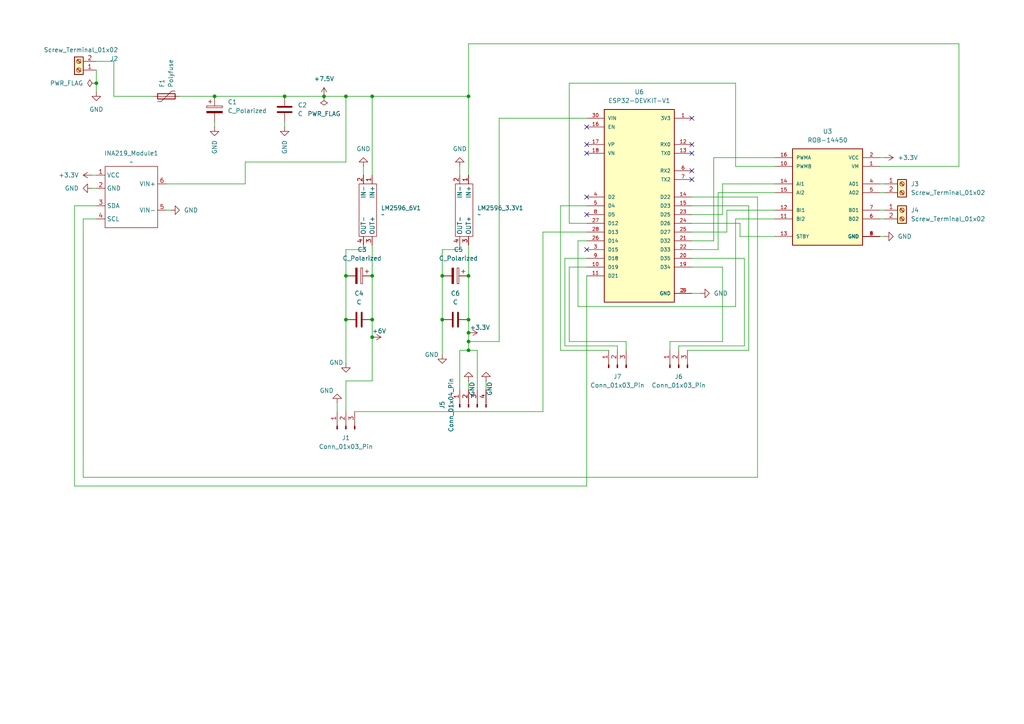
<source format=kicad_sch>
(kicad_sch (version 20250114) (generator "eeschema") (generator_version "9.0")
  (paper "A4")
  (lib_symbols
    (symbol "Connector:Conn_01x03_Pin" (pin_names (offset 1.016) (hide yes))
      (property "Reference" "J" (at 0 5.08 0))
      (property "Value" "Conn_01x03_Pin" (at 0 -5.08 0))
      (symbol "Conn_01x03_Pin_1_1"
        (rectangle (start 0.8636 2.667) (end 0 2.413) (stroke (width 0.1524)) (fill (type outline)))
        (rectangle (start 0.8636 0.127) (end 0 -0.127) (stroke (width 0.1524)) (fill (type outline)))
        (rectangle (start 0.8636 -2.413) (end 0 -2.667) (stroke (width 0.1524)) (fill (type outline)))
        (polyline (pts (xy 1.27 2.54) (xy 0.8636 2.54)) (stroke (width 0.1524)))
        (polyline (pts (xy 1.27 0) (xy 0.8636 0)) (stroke (width 0.1524)))
        (polyline (pts (xy 1.27 -2.54) (xy 0.8636 -2.54)) (stroke (width 0.1524)))
        (pin passive line (at 5.08 2.54 180) (length 3.81) (name "Pin_1") (number "1"))
        (pin passive line (at 5.08 0 180) (length 3.81) (name "Pin_2") (number "2"))
        (pin passive line (at 5.08 -2.54 180) (length 3.81) (name "Pin_3") (number "3"))
      )
    )
    (symbol "Connector:Conn_01x04_Pin" (pin_names (offset 1.016) (hide yes))
      (property "Reference" "J" (at 0 5.08 0))
      (property "Value" "Conn_01x04_Pin" (at 0 -7.62 0))
      (symbol "Conn_01x04_Pin_1_1"
        (rectangle (start 0.8636 2.667) (end 0 2.413) (stroke (width 0.1524)) (fill (type outline)))
        (rectangle (start 0.8636 0.127) (end 0 -0.127) (stroke (width 0.1524)) (fill (type outline)))
        (rectangle (start 0.8636 -2.413) (end 0 -2.667) (stroke (width 0.1524)) (fill (type outline)))
        (rectangle (start 0.8636 -4.953) (end 0 -5.207) (stroke (width 0.1524)) (fill (type outline)))
        (polyline (pts (xy 1.27 2.54) (xy 0.8636 2.54)) (stroke (width 0.1524)))
        (polyline (pts (xy 1.27 0) (xy 0.8636 0)) (stroke (width 0.1524)))
        (polyline (pts (xy 1.27 -2.54) (xy 0.8636 -2.54)) (stroke (width 0.1524)))
        (polyline (pts (xy 1.27 -5.08) (xy 0.8636 -5.08)) (stroke (width 0.1524)))
        (pin passive line (at 5.08 2.54 180) (length 3.81) (name "Pin_1") (number "1"))
        (pin passive line (at 5.08 0 180) (length 3.81) (name "Pin_2") (number "2"))
        (pin passive line (at 5.08 -2.54 180) (length 3.81) (name "Pin_3") (number "3"))
        (pin passive line (at 5.08 -5.08 180) (length 3.81) (name "Pin_4") (number "4"))
      )
    )
    (symbol "Connector:Screw_Terminal_01x02" (pin_names (offset 1.016) (hide yes))
      (property "Reference" "J" (at 0 2.54 0))
      (property "Value" "Screw_Terminal_01x02" (at 0 -5.08 0))
      (symbol "Screw_Terminal_01x02_1_1"
        (rectangle (start -1.27 1.27) (end 1.27 -3.81) (stroke (width 0.254)) (fill (type background)))
        (polyline (pts (xy -0.5334 0.3302) (xy 0.3302 -0.508)) (stroke (width 0.1524)))
        (polyline (pts (xy -0.5334 -2.2098) (xy 0.3302 -3.048)) (stroke (width 0.1524)))
        (polyline (pts (xy -0.3556 0.508) (xy 0.508 -0.3302)) (stroke (width 0.1524)))
        (polyline (pts (xy -0.3556 -2.032) (xy 0.508 -2.8702)) (stroke (width 0.1524)))
        (circle (center 0 0) (radius 0.635) (stroke (width 0.1524)))
        (circle (center 0 -2.54) (radius 0.635) (stroke (width 0.1524)))
        (pin passive line (at -5.08 0 0) (length 3.81) (name "Pin_1") (number "1"))
        (pin passive line (at -5.08 -2.54 0) (length 3.81) (name "Pin_2") (number "2"))
      )
    )
    (symbol "Custom:INA219_Module"
      (property "Reference" "INA219_Module" (at -0.508 10.922 0))
      (symbol "INA219_Module_0_1"
        (rectangle (start -7.62 8.89) (end 7.62 -8.89))
      )
      (symbol "INA219_Module_1_1"
        (pin power_in line (at -10.16 6.35 0) (length 2.54) (name "VCC") (number "1"))
        (pin power_in line (at -10.16 2.54 0) (length 2.54) (name "GND") (number "2"))
        (pin bidirectional line (at -10.16 -2.54 0) (length 2.54) (name "SDA") (number "3"))
        (pin bidirectional line (at -10.16 -6.35 0) (length 2.54) (name "SCL") (number "4"))
        (pin passive line (at 10.16 3.81 180) (length 2.54) (name "VIN+") (number "6"))
        (pin passive line (at 10.16 -3.81 180) (length 2.54) (name "VIN-") (number "5"))
      )
    )
    (symbol "Custom:LM2596_Module"
      (property "Reference" "LMS2596_Module" (at 0 4.064 0))
      (symbol "LM2596_Module_0_1"
        (rectangle (start -7.62 2.54) (end 7.62 -2.54))
      )
      (symbol "LM2596_Module_1_1"
        (pin power_in line (at -10.16 1.27 0) (length 2.54) (name "IN+") (number "1"))
        (pin passive line (at -10.16 -1.27 0) (length 2.54) (name "IN-") (number "2"))
        (pin power_out line (at 10.16 1.27 180) (length 2.54) (name "OUT+") (number "3"))
        (pin passive line (at 10.16 -1.27 180) (length 2.54) (name "OUT-") (number "4"))
      )
    )
    (symbol "Device:C" (pin_numbers (hide yes)) (pin_names (offset 0.254))
      (property "Reference" "C" (at 0.635 2.54 0))
      (property "Value" "C" (at 0.635 -2.54 0))
      (symbol "C_0_1"
        (polyline (pts (xy -2.032 0.762) (xy 2.032 0.762)) (stroke (width 0.508)))
        (polyline (pts (xy -2.032 -0.762) (xy 2.032 -0.762)) (stroke (width 0.508)))
      )
      (symbol "C_1_1"
        (pin passive line (at 0 3.81 270) (length 2.794) (name "~") (number "1"))
        (pin passive line (at 0 -3.81 90) (length 2.794) (name "~") (number "2"))
      )
    )
    (symbol "Device:C_Polarized" (pin_numbers (hide yes)) (pin_names (offset 0.254))
      (property "Reference" "C" (at 0.635 2.54 0))
      (property "Value" "C_Polarized" (at 0.635 -2.54 0))
      (symbol "C_Polarized_0_1"
        (rectangle (start -2.286 0.508) (end 2.286 1.016))
        (polyline (pts (xy -1.778 2.286) (xy -0.762 2.286)))
        (polyline (pts (xy -1.27 2.794) (xy -1.27 1.778)))
        (rectangle (start 2.286 -0.508) (end -2.286 -1.016) (fill (type outline)))
      )
      (symbol "C_Polarized_1_1"
        (pin passive line (at 0 3.81 270) (length 2.794) (name "~") (number "1"))
        (pin passive line (at 0 -3.81 90) (length 2.794) (name "~") (number "2"))
      )
    )
    (symbol "Device:Polyfuse" (pin_numbers (hide yes)) (pin_names (offset 0))
      (property "Reference" "F" (at -2.54 0 90))
      (property "Value" "Polyfuse" (at 2.54 0 90))
      (symbol "Polyfuse_0_1"
        (polyline (pts (xy -1.524 2.54) (xy -1.524 1.524) (xy 1.524 -1.524) (xy 1.524 -2.54)))
        (rectangle (start -0.762 2.54) (end 0.762 -2.54) (stroke (width 0.254)))
        (polyline (pts (xy 0 2.54) (xy 0 -2.54)))
      )
      (symbol "Polyfuse_1_1"
        (pin passive line (at 0 3.81 270) (length 1.27) (name "~") (number "1"))
        (pin passive line (at 0 -3.81 90) (length 1.27) (name "~") (number "2"))
      )
    )
    (symbol "ESP32-DEVKIT-V1:ESP32-DEVKIT-V1" (pin_names (offset 1.016))
      (property "Reference" "U" (at -10.16 30.48 0))
      (property "Value" "ESP32-DEVKIT-V1" (at -10.16 -30.48 0))
      (symbol "ESP32-DEVKIT-V1_0_0"
        (rectangle (start -10.16 -27.94) (end 10.16 27.94) (stroke (width 0.254)) (fill (type background)))
        (pin input line (at -15.24 25.4 0) (length 5.08) (name "VIN") (number "30"))
        (pin input line (at -15.24 22.86 0) (length 5.08) (name "EN") (number "16"))
        (pin bidirectional line (at -15.24 17.78 0) (length 5.08) (name "VP") (number "17"))
        (pin bidirectional line (at -15.24 15.24 0) (length 5.08) (name "VN") (number "18"))
        (pin bidirectional line (at -15.24 2.54 0) (length 5.08) (name "D2") (number "4"))
        (pin bidirectional line (at -15.24 0 0) (length 5.08) (name "D4") (number "5"))
        (pin bidirectional line (at -15.24 -2.54 0) (length 5.08) (name "D5") (number "8"))
        (pin bidirectional line (at -15.24 -5.08 0) (length 5.08) (name "D12") (number "27"))
        (pin bidirectional line (at -15.24 -7.62 0) (length 5.08) (name "D13") (number "28"))
        (pin bidirectional line (at -15.24 -10.16 0) (length 5.08) (name "D14") (number "26"))
        (pin bidirectional line (at -15.24 -12.7 0) (length 5.08) (name "D15") (number "3"))
        (pin bidirectional line (at -15.24 -15.24 0) (length 5.08) (name "D18") (number "9"))
        (pin bidirectional line (at -15.24 -17.78 0) (length 5.08) (name "D19") (number "10"))
        (pin bidirectional line (at -15.24 -20.32 0) (length 5.08) (name "D21") (number "11"))
        (pin output line (at 15.24 25.4 180) (length 5.08) (name "3V3") (number "1"))
        (pin input line (at 15.24 17.78 180) (length 5.08) (name "RX0") (number "12"))
        (pin output line (at 15.24 15.24 180) (length 5.08) (name "TX0") (number "13"))
        (pin input line (at 15.24 10.16 180) (length 5.08) (name "RX2") (number "6"))
        (pin output line (at 15.24 7.62 180) (length 5.08) (name "TX2") (number "7"))
        (pin bidirectional line (at 15.24 2.54 180) (length 5.08) (name "D22") (number "14"))
        (pin bidirectional line (at 15.24 0 180) (length 5.08) (name "D23") (number "15"))
        (pin bidirectional line (at 15.24 -2.54 180) (length 5.08) (name "D25") (number "23"))
        (pin bidirectional line (at 15.24 -5.08 180) (length 5.08) (name "D26") (number "24"))
        (pin bidirectional line (at 15.24 -7.62 180) (length 5.08) (name "D27") (number "25"))
        (pin bidirectional line (at 15.24 -10.16 180) (length 5.08) (name "D32") (number "21"))
        (pin bidirectional line (at 15.24 -12.7 180) (length 5.08) (name "D33") (number "22"))
        (pin bidirectional line (at 15.24 -15.24 180) (length 5.08) (name "D35") (number "20"))
        (pin bidirectional line (at 15.24 -17.78 180) (length 5.08) (name "D34") (number "19"))
        (pin power_in line (at 15.24 -25.4 180) (length 5.08) (name "GND") (number "2"))
        (pin power_in line (at 15.24 -25.4 180) (length 5.08) (name "GND") (number "29"))
      )
    )
    (symbol "LM2596_Module_1"
      (property "Reference" "LMS2596_Module" (at 0 4.064 0))
      (symbol "LM2596_Module_1_0_1"
        (rectangle (start -7.62 2.54) (end 7.62 -2.54))
      )
      (symbol "LM2596_Module_1_1_1"
        (pin power_in line (at -10.16 1.27 0) (length 2.54) (name "IN+") (number "1"))
        (pin passive line (at -10.16 -1.27 0) (length 2.54) (name "IN-") (number "2"))
        (pin power_out line (at 10.16 1.27 180) (length 2.54) (name "OUT+") (number "3"))
        (pin passive line (at 10.16 -1.27 180) (length 2.54) (name "OUT-") (number "4"))
      )
    )
    (symbol "ROB-14450:ROB-14450" (pin_names (offset 1.016))
      (property "Reference" "U" (at -10.16 16.002 0))
      (property "Value" "ROB-14450" (at -10.16 -15.24 0))
      (symbol "ROB-14450_0_0"
        (rectangle (start -10.16 -12.7) (end 10.16 15.24) (stroke (width 0.254)) (fill (type background)))
        (pin input line (at -15.24 12.7 0) (length 5.08) (name "PWMA") (number "16"))
        (pin input line (at -15.24 10.16 0) (length 5.08) (name "PWMB") (number "10"))
        (pin input line (at -15.24 5.08 0) (length 5.08) (name "AI1") (number "14"))
        (pin input line (at -15.24 2.54 0) (length 5.08) (name "AI2") (number "15"))
        (pin input line (at -15.24 -2.54 0) (length 5.08) (name "BI1") (number "12"))
        (pin input line (at -15.24 -5.08 0) (length 5.08) (name "BI2") (number "11"))
        (pin input line (at -15.24 -10.16 0) (length 5.08) (name "STBY") (number "13"))
        (pin power_in line (at 15.24 12.7 180) (length 5.08) (name "VCC") (number "2"))
        (pin power_in line (at 15.24 10.16 180) (length 5.08) (name "VM") (number "1"))
        (pin output line (at 15.24 5.08 180) (length 5.08) (name "A01") (number "4"))
        (pin output line (at 15.24 2.54 180) (length 5.08) (name "A02") (number "5"))
        (pin output line (at 15.24 -2.54 180) (length 5.08) (name "B01") (number "7"))
        (pin output line (at 15.24 -5.08 180) (length 5.08) (name "B02") (number "6"))
        (pin power_in line (at 15.24 -10.16 180) (length 5.08) (name "GND") (number "3"))
        (pin power_in line (at 15.24 -10.16 180) (length 5.08) (name "GND") (number "8"))
        (pin power_in line (at 15.24 -10.16 180) (length 5.08) (name "GND") (number "9"))
      )
    )
    (symbol "power:+3.3V" (power) (pin_numbers (hide yes)) (pin_names (offset 0) (hide yes))
      (property "Value" "+3.3V" (at 0 3.556 0))
      (symbol "+3.3V_0_1"
        (polyline (pts (xy -0.762 1.27) (xy 0 2.54)))
        (polyline (pts (xy 0 2.54) (xy 0.762 1.27)))
        (polyline (pts (xy 0 0) (xy 0 2.54)))
      )
      (symbol "+3.3V_1_1"
        (pin power_in line (at 0 0 90) (length 0) (name "~") (number "1"))
      )
    )
    (symbol "power:+6V" (power) (pin_numbers (hide yes)) (pin_names (offset 0) (hide yes))
      (property "Value" "+6V" (at 0 3.556 0))
      (symbol "+6V_0_1"
        (polyline (pts (xy -0.762 1.27) (xy 0 2.54)))
        (polyline (pts (xy 0 2.54) (xy 0.762 1.27)))
        (polyline (pts (xy 0 0) (xy 0 2.54)))
      )
      (symbol "+6V_1_1"
        (pin power_in line (at 0 0 90) (length 0) (name "~") (number "1"))
      )
    )
    (symbol "power:+7.5V" (power) (pin_numbers (hide yes)) (pin_names (offset 0) (hide yes))
      (property "Value" "+7.5V" (at 0 3.556 0))
      (symbol "+7.5V_0_1"
        (polyline (pts (xy -0.762 1.27) (xy 0 2.54)))
        (polyline (pts (xy 0 2.54) (xy 0.762 1.27)))
        (polyline (pts (xy 0 0) (xy 0 2.54)))
      )
      (symbol "+7.5V_1_1"
        (pin power_in line (at 0 0 90) (length 0) (name "~") (number "1"))
      )
    )
    (symbol "power:GND" (power) (pin_numbers (hide yes)) (pin_names (offset 0) (hide yes))
      (property "Value" "GND" (at 0 -3.81 0))
      (symbol "GND_0_1"
        (polyline (pts (xy 0 0) (xy 0 -1.27) (xy 1.27 -1.27) (xy 0 -2.54) (xy -1.27 -1.27) (xy 0 -1.27)))
      )
      (symbol "GND_1_1"
        (pin power_in line (at 0 0 270) (length 0) (name "~") (number "1"))
      )
    )
    (symbol "power:PWR_FLAG" (power) (pin_numbers (hide yes)) (pin_names (offset 0) (hide yes))
      (property "Value" "PWR_FLAG" (at 0 3.81 0))
      (symbol "PWR_FLAG_0_0"
        (pin power_out line (at 0 0 90) (length 0) (name "~") (number "1"))
      )
      (symbol "PWR_FLAG_0_1"
        (polyline (pts (xy 0 0) (xy 0 1.27) (xy -1.016 1.905) (xy 0 2.54) (xy 1.016 1.905) (xy 0 1.27)))
      )
    )
  )
  (junction (at 107.95 27.94))
  (junction (at 100.33 92.71))
  (junction (at 82.55 27.94))
  (junction (at 135.89 92.71))
  (junction (at 128.27 92.71))
  (junction (at 93.98 27.94))
  (junction (at 135.89 96.52))
  (junction (at 107.95 97.79))
  (junction (at 107.95 92.71))
  (junction (at 128.27 80.01))
  (junction (at 135.89 27.94))
  (junction (at 135.89 99.06))
  (junction (at 100.33 80.01))
  (junction (at 62.23 27.94))
  (junction (at 107.95 80.01))
  (junction (at 135.89 101.6))
  (junction (at 27.94 24.13))
  (junction (at 135.89 80.01))
  (junction (at 100.33 27.94))
  (no_connect (at 200.66 44.45))
  (no_connect (at 200.66 34.29))
  (no_connect (at 170.18 72.39))
  (no_connect (at 200.66 49.53))
  (no_connect (at 200.66 41.91))
  (no_connect (at 170.18 36.83))
  (no_connect (at 170.18 44.45))
  (no_connect (at 170.18 62.23))
  (no_connect (at 170.18 41.91))
  (no_connect (at 200.66 52.07))
  (no_connect (at 170.18 57.15))
  (wire (pts (xy 100.33 110.49) (xy 100.33 119.38)))
  (wire (pts (xy 97.79 116.84) (xy 97.79 119.38)))
  (wire (pts (xy 135.89 99.06) (xy 135.89 96.52)))
  (wire (pts (xy 170.18 77.47) (xy 165.1 77.47)))
  (wire (pts (xy 210.82 67.31) (xy 210.82 60.96)))
  (wire (pts (xy 107.95 92.71) (xy 107.95 97.79)))
  (wire (pts (xy 215.9 74.93) (xy 215.9 100.33)))
  (wire (pts (xy 128.27 80.01) (xy 128.27 92.71)))
  (wire (pts (xy 100.33 110.49) (xy 107.95 110.49)))
  (wire (pts (xy 215.9 100.33) (xy 196.85 100.33)))
  (wire (pts (xy 217.17 101.6) (xy 199.39 101.6)))
  (wire (pts (xy 93.98 27.94) (xy 100.33 27.94)))
  (wire (pts (xy 208.28 72.39) (xy 208.28 55.88)))
  (wire (pts (xy 82.55 27.94) (xy 93.98 27.94)))
  (wire (pts (xy 162.56 101.6) (xy 176.53 101.6)))
  (wire (pts (xy 170.18 34.29) (xy 144.78 34.29)))
  (wire (pts (xy 133.35 72.39) (xy 128.27 72.39)))
  (wire (pts (xy 219.71 57.15) (xy 219.71 138.43)))
  (wire (pts (xy 200.66 77.47) (xy 209.55 77.47)))
  (wire (pts (xy 208.28 55.88) (xy 224.79 55.88)))
  (wire (pts (xy 157.48 67.31) (xy 157.48 119.38)))
  (wire (pts (xy 200.66 69.85) (xy 207.01 69.85)))
  (wire (pts (xy 170.18 74.93) (xy 163.83 74.93)))
  (wire (pts (xy 214.63 68.58) (xy 224.79 68.58)))
  (wire (pts (xy 200.66 74.93) (xy 215.9 74.93)))
  (wire (pts (xy 105.41 72.39) (xy 100.33 72.39)))
  (wire (pts (xy 33.02 27.94) (xy 44.45 27.94)))
  (wire (pts (xy 107.95 27.94) (xy 107.95 50.8)))
  (wire (pts (xy 138.43 101.6) (xy 138.43 113.03)))
  (wire (pts (xy 105.41 71.12) (xy 105.41 72.39)))
  (wire (pts (xy 135.89 80.01) (xy 135.89 92.71)))
  (wire (pts (xy 135.89 12.7) (xy 278.13 12.7)))
  (wire (pts (xy 207.01 69.85) (xy 207.01 45.72)))
  (wire (pts (xy 278.13 12.7) (xy 278.13 48.26)))
  (wire (pts (xy 213.36 24.13) (xy 213.36 48.26)))
  (wire (pts (xy 165.1 99.06) (xy 181.61 99.06)))
  (wire (pts (xy 133.35 101.6) (xy 135.89 101.6)))
  (wire (pts (xy 133.35 71.12) (xy 133.35 72.39)))
  (wire (pts (xy 255.27 68.58) (xy 256.54 68.58)))
  (wire (pts (xy 128.27 92.71) (xy 128.27 102.87)))
  (wire (pts (xy 157.48 119.38) (xy 102.87 119.38)))
  (wire (pts (xy 62.23 35.56) (xy 62.23 36.83)))
  (wire (pts (xy 48.26 60.96) (xy 49.53 60.96)))
  (wire (pts (xy 165.1 64.77) (xy 170.18 64.77)))
  (wire (pts (xy 170.18 69.85) (xy 167.64 69.85)))
  (wire (pts (xy 255.27 55.88) (xy 256.54 55.88)))
  (wire (pts (xy 82.55 35.56) (xy 82.55 36.83)))
  (wire (pts (xy 163.83 74.93) (xy 163.83 100.33)))
  (wire (pts (xy 128.27 72.39) (xy 128.27 80.01)))
  (wire (pts (xy 200.66 59.69) (xy 217.17 59.69)))
  (wire (pts (xy 200.66 57.15) (xy 219.71 57.15)))
  (wire (pts (xy 200.66 72.39) (xy 208.28 72.39)))
  (wire (pts (xy 100.33 46.99) (xy 71.12 46.99)))
  (wire (pts (xy 255.27 63.5) (xy 256.54 63.5)))
  (wire (pts (xy 62.23 27.94) (xy 82.55 27.94)))
  (wire (pts (xy 278.13 48.26) (xy 255.27 48.26)))
  (wire (pts (xy 200.66 64.77) (xy 214.63 64.77)))
  (wire (pts (xy 105.41 48.26) (xy 105.41 50.8)))
  (wire (pts (xy 210.82 60.96) (xy 224.79 60.96)))
  (wire (pts (xy 135.89 92.71) (xy 135.89 96.52)))
  (wire (pts (xy 107.95 80.01) (xy 107.95 92.71)))
  (wire (pts (xy 24.13 138.43) (xy 219.71 138.43)))
  (wire (pts (xy 165.1 77.47) (xy 165.1 99.06)))
  (wire (pts (xy 52.07 27.94) (xy 62.23 27.94)))
  (wire (pts (xy 135.89 71.12) (xy 135.89 80.01)))
  (wire (pts (xy 255.27 60.96) (xy 256.54 60.96)))
  (wire (pts (xy 27.94 20.32) (xy 27.94 24.13)))
  (wire (pts (xy 162.56 59.69) (xy 162.56 101.6)))
  (wire (pts (xy 107.95 27.94) (xy 135.89 27.94)))
  (wire (pts (xy 26.67 54.61) (xy 27.94 54.61)))
  (wire (pts (xy 135.89 113.03) (xy 135.89 110.49)))
  (wire (pts (xy 170.18 67.31) (xy 157.48 67.31)))
  (wire (pts (xy 100.33 92.71) (xy 100.33 105.41)))
  (wire (pts (xy 181.61 99.06) (xy 181.61 101.6)))
  (wire (pts (xy 170.18 59.69) (xy 162.56 59.69)))
  (wire (pts (xy 163.83 100.33) (xy 179.07 100.33)))
  (wire (pts (xy 167.64 69.85) (xy 167.64 88.9)))
  (wire (pts (xy 200.66 85.09) (xy 203.2 85.09)))
  (wire (pts (xy 170.18 80.01) (xy 170.18 140.97)))
  (wire (pts (xy 255.27 45.72) (xy 256.54 45.72)))
  (wire (pts (xy 194.31 99.06) (xy 194.31 101.6)))
  (wire (pts (xy 217.17 59.69) (xy 217.17 101.6)))
  (wire (pts (xy 21.59 140.97) (xy 21.59 59.69)))
  (wire (pts (xy 144.78 34.29) (xy 144.78 99.06)))
  (wire (pts (xy 179.07 100.33) (xy 179.07 101.6)))
  (wire (pts (xy 100.33 80.01) (xy 100.33 92.71)))
  (wire (pts (xy 33.02 17.78) (xy 33.02 27.94)))
  (wire (pts (xy 214.63 64.77) (xy 214.63 68.58)))
  (wire (pts (xy 107.95 97.79) (xy 107.95 110.49)))
  (wire (pts (xy 209.55 77.47) (xy 209.55 99.06)))
  (wire (pts (xy 26.67 50.8) (xy 27.94 50.8)))
  (wire (pts (xy 24.13 63.5) (xy 27.94 63.5)))
  (wire (pts (xy 165.1 24.13) (xy 213.36 24.13)))
  (wire (pts (xy 107.95 71.12) (xy 107.95 80.01)))
  (wire (pts (xy 209.55 53.34) (xy 224.79 53.34)))
  (wire (pts (xy 138.43 101.6) (xy 135.89 101.6)))
  (wire (pts (xy 27.94 17.78) (xy 33.02 17.78)))
  (wire (pts (xy 71.12 46.99) (xy 71.12 53.34)))
  (wire (pts (xy 207.01 45.72) (xy 224.79 45.72)))
  (wire (pts (xy 170.18 140.97) (xy 21.59 140.97)))
  (wire (pts (xy 133.35 48.26) (xy 133.35 50.8)))
  (wire (pts (xy 135.89 101.6) (xy 135.89 99.06)))
  (wire (pts (xy 135.89 12.7) (xy 135.89 27.94)))
  (wire (pts (xy 27.94 24.13) (xy 27.94 26.67)))
  (wire (pts (xy 213.36 88.9) (xy 213.36 63.5)))
  (wire (pts (xy 213.36 63.5) (xy 224.79 63.5)))
  (wire (pts (xy 209.55 62.23) (xy 209.55 53.34)))
  (wire (pts (xy 209.55 99.06) (xy 194.31 99.06)))
  (wire (pts (xy 21.59 59.69) (xy 27.94 59.69)))
  (wire (pts (xy 133.35 101.6) (xy 133.35 113.03)))
  (wire (pts (xy 24.13 138.43) (xy 24.13 63.5)))
  (wire (pts (xy 100.33 27.94) (xy 100.33 46.99)))
  (wire (pts (xy 200.66 67.31) (xy 210.82 67.31)))
  (wire (pts (xy 100.33 72.39) (xy 100.33 80.01)))
  (wire (pts (xy 167.64 88.9) (xy 213.36 88.9)))
  (wire (pts (xy 100.33 27.94) (xy 107.95 27.94)))
  (wire (pts (xy 165.1 24.13) (xy 165.1 64.77)))
  (wire (pts (xy 140.97 113.03) (xy 140.97 110.49)))
  (wire (pts (xy 135.89 27.94) (xy 135.89 50.8)))
  (wire (pts (xy 144.78 99.06) (xy 135.89 99.06)))
  (wire (pts (xy 71.12 53.34) (xy 48.26 53.34)))
  (wire (pts (xy 200.66 62.23) (xy 209.55 62.23)))
  (wire (pts (xy 213.36 48.26) (xy 224.79 48.26)))
  (wire (pts (xy 196.85 100.33) (xy 196.85 101.6)))
  (wire (pts (xy 255.27 53.34) (xy 256.54 53.34)))
  (symbol (lib_id "power:+6V") (at 107.95 97.79 270) (unit 1)
    (property "Reference" "#PWR07" (effects (hide yes)))
    (property "Value" "+6V" (at 109.982 96.012 90))
    (property "Description" "Power symbol creates a global label with name \"+6V\"" (effects (hide yes)))
  )
  (symbol (lib_id "Device:C") (at 132.08 92.71 90) (unit 1)
    (property "Reference" "C6" (at 132.08 85.09 90))
    (property "Value" "C" (at 132.08 87.63 90))
    (property "Footprint" "Capacitor_THT:C_Disc_D3.4mm_W2.1mm_P2.50mm" (effects (hide yes)))
    (property "Description" "Unpolarized capacitor" (effects (hide yes)))
  )
  (symbol (lib_id "Connector:Conn_01x04_Pin") (at 135.89 118.11 90) (unit 1)
    (property "Reference" "J5" (at 128.27 117.475 0))
    (property "Value" "Conn_01x04_Pin" (at 130.81 117.475 0))
    (property "Footprint" "Connector_PinHeader_2.54mm:PinHeader_1x04_P2.54mm_Vertical" (effects (hide yes)))
    (property "Description" "Generic connector, single row, 01x04, script generated" (effects (hide yes)))
  )
  (symbol (lib_id "power:GND") (at 128.27 102.87 0) (unit 1)
    (property "Reference" "#PWR06" (effects (hide yes)))
    (property "Value" "GND" (at 125.222 102.87 0))
    (property "Description" "Power symbol creates a global label with name \"GND\" , ground" (effects (hide yes)))
  )
  (symbol (lib_id "power:GND") (at 256.54 68.58 90) (unit 1)
    (property "Reference" "#PWR02" (effects (hide yes)))
    (property "Value" "GND" (at 260.35 68.5799 90) (effects (justify right)))
    (property "Description" "Power symbol creates a global label with name \"GND\" , ground" (effects (hide yes)))
  )
  (symbol (lib_id "power:GND") (at 140.97 110.49 180) (unit 1)
    (property "Reference" "#PWR023" (effects (hide yes)))
    (property "Value" "GND" (at 141.986 114.808 90) (effects (justify right)))
    (property "Description" "Power symbol creates a global label with name \"GND\" , ground" (effects (hide yes)))
  )
  (symbol (lib_id "Custom:INA219_Module") (at 38.1 57.15 0) (unit 1)
    (property "Reference" "INA219_Module1" (at 38.1 44.45 0))
    (property "Value" "~" (at 38.1 46.99 0))
    (property "Footprint" "custom:INA219_Module" (effects (hide yes)))
  )
  (symbol (lib_id "ESP32-DEVKIT-V1:ESP32-DEVKIT-V1") (at 185.42 59.69 0) (unit 1)
    (property "Reference" "U6" (at 185.42 26.67 0))
    (property "Value" "ESP32-DEVKIT-V1" (at 185.42 29.21 0))
    (property "Footprint" "ESP32-DEVKIT-V1:MODULE_ESP32_DEVKIT_V1" (effects (hide yes)))
    (property "MF" "Do it" (effects (hide yes)))
    (property "MAXIMUM_PACKAGE_HEIGHT" "6.8 mm" (effects (hide yes)))
    (property "Package" "None" (effects (hide yes)))
    (property "Price" "None" (effects (hide yes)))
    (property "Check_prices" "https://www.snapeda.com/parts/ESP32-DEVKIT-V1/Do+it/view-part/?ref=eda" (effects (hide yes)))
    (property "STANDARD" "Manufacturer Recommendations" (effects (hide yes)))
    (property "PARTREV" "N/A" (effects (hide yes)))
    (property "SnapEDA_Link" "https://www.snapeda.com/parts/ESP32-DEVKIT-V1/Do+it/view-part/?ref=snap" (effects (hide yes)))
    (property "MP" "ESP32-DEVKIT-V1" (effects (hide yes)))
    (property "Description_1" "Dual core, Wi-Fi: 2.4 GHz up to 150 Mbits/s,BLE (Bluetooth Low Energy) and legacy Bluetooth, 32 bits, Up to 240 MHz" (effects (hide yes)))
    (property "Availability" "Not in stock" (effects (hide yes)))
    (property "MANUFACTURER" "DOIT" (effects (hide yes)))
  )
  (symbol (lib_id "power:GND") (at 133.35 48.26 180) (unit 1)
    (property "Reference" "#PWR019" (effects (hide yes)))
    (property "Value" "GND" (at 133.35 43.18 0))
    (property "Description" "Power symbol creates a global label with name \"GND\" , ground" (effects (hide yes)))
  )
  (symbol (lib_id "Custom:LM2596_Module") (at 134.62 60.96 270) (unit 1)
    (property "Reference" "LM2596_3.3V1" (at 138.43 60.3249 90) (effects (font (size 1.23 1.23)) (justify left)))
    (property "Value" "~" (at 138.43 62.23 90) (effects (justify left)))
    (property "Footprint" "custom:LM2596S_Module" (effects (hide yes)))
  )
  (symbol (lib_id "power:GND") (at 27.94 26.67 0) (unit 1)
    (property "Reference" "#PWR01" (effects (hide yes)))
    (property "Value" "GND" (at 27.94 31.75 0))
    (property "Description" "Power symbol creates a global label with name \"GND\" , ground" (effects (hide yes)))
  )
  (symbol (lib_id "power:+3.3V") (at 135.89 96.52 270) (unit 1)
    (property "Reference" "#PWR05" (effects (hide yes)))
    (property "Value" "+3.3V" (at 139.192 94.996 90))
    (property "Description" "Power symbol creates a global label with name \"+3.3V\"" (effects (hide yes)))
  )
  (symbol (lib_id "Connector:Conn_01x03_Pin") (at 179.07 106.68 90) (unit 1)
    (property "Reference" "J7" (at 179.07 109.22 90))
    (property "Value" "Conn_01x03_Pin" (at 179.07 111.76 90))
    (property "Footprint" "Connector_PinHeader_2.54mm:PinHeader_1x03_P2.54mm_Vertical" (effects (hide yes)))
    (property "Description" "Generic connector, single row, 01x03, script generated" (effects (hide yes)))
  )
  (symbol (lib_id "power:GND") (at 97.79 116.84 180) (unit 1)
    (property "Reference" "#PWR013" (effects (hide yes)))
    (property "Value" "GND" (at 94.742 113.284 0))
    (property "Description" "Power symbol creates a global label with name \"GND\" , ground" (effects (hide yes)))
  )
  (symbol (lib_id "Device:C_Polarized") (at 104.14 80.01 270) (unit 1)
    (property "Reference" "C3" (at 105.029 72.39 90))
    (property "Value" "C_Polarized" (at 105.029 74.93 90))
    (property "Footprint" "Capacitor_THT:CP_Radial_D8.0mm_P3.50mm" (effects (hide yes)))
    (property "Description" "Polarized capacitor" (effects (hide yes)))
  )
  (symbol (lib_id "power:+7.5V") (at 93.98 27.94 0) (unit 1)
    (property "Reference" "#PWR03" (effects (hide yes)))
    (property "Value" "+7.5V" (at 93.98 22.86 0))
    (property "Description" "Power symbol creates a global label with name \"+7.5V\"" (effects (hide yes)))
  )
  (symbol (lib_id "power:GND") (at 135.89 110.49 180) (unit 1)
    (property "Reference" "#PWR022" (effects (hide yes)))
    (property "Value" "GND" (at 136.906 114.808 90) (effects (justify right)))
    (property "Description" "Power symbol creates a global label with name \"GND\" , ground" (effects (hide yes)))
  )
  (symbol (lib_id "power:GND") (at 82.55 36.83 0) (unit 1)
    (property "Reference" "#PWR09" (effects (hide yes)))
    (property "Value" "GND" (at 82.5499 40.64 90) (effects (justify right)))
    (property "Description" "Power symbol creates a global label with name \"GND\" , ground" (effects (hide yes)))
  )
  (symbol (lib_id "Connector:Conn_01x03_Pin") (at 196.85 106.68 90) (unit 1)
    (property "Reference" "J6" (at 196.85 109.22 90))
    (property "Value" "Conn_01x03_Pin" (at 196.85 111.76 90))
    (property "Footprint" "Connector_PinHeader_2.54mm:PinHeader_1x03_P2.54mm_Vertical" (effects (hide yes)))
    (property "Description" "Generic connector, single row, 01x03, script generated" (effects (hide yes)))
  )
  (symbol (lib_id "Connector:Conn_01x03_Pin") (at 100.33 124.46 90) (unit 1)
    (property "Reference" "J1" (at 100.33 127 90))
    (property "Value" "Conn_01x03_Pin" (at 100.33 129.54 90))
    (property "Footprint" "Connector_PinHeader_2.54mm:PinHeader_1x03_P2.54mm_Vertical" (effects (hide yes)))
    (property "Description" "Generic connector, single row, 01x03, script generated" (effects (hide yes)))
  )
  (symbol (lib_id "Device:C") (at 104.14 92.71 90) (unit 1)
    (property "Reference" "C4" (at 104.14 85.09 90))
    (property "Value" "C" (at 104.14 87.63 90))
    (property "Footprint" "Capacitor_THT:C_Disc_D3.4mm_W2.1mm_P2.50mm" (effects (hide yes)))
    (property "Description" "Unpolarized capacitor" (effects (hide yes)))
  )
  (symbol (lib_id "power:GND") (at 62.23 36.83 0) (unit 1)
    (property "Reference" "#PWR04" (effects (hide yes)))
    (property "Value" "GND" (at 62.2299 40.64 90) (effects (justify right)))
    (property "Description" "Power symbol creates a global label with name \"GND\" , ground" (effects (hide yes)))
  )
  (symbol (lib_id "power:GND") (at 203.2 85.09 90) (unit 1)
    (property "Reference" "#PWR010" (effects (hide yes)))
    (property "Value" "GND" (at 207.01 85.0899 90) (effects (justify right)))
    (property "Description" "Power symbol creates a global label with name \"GND\" , ground" (effects (hide yes)))
  )
  (symbol (lib_id "power:GND") (at 105.41 48.26 180) (unit 1)
    (property "Reference" "#PWR018" (effects (hide yes)))
    (property "Value" "GND" (at 105.41 43.18 0))
    (property "Description" "Power symbol creates a global label with name \"GND\" , ground" (effects (hide yes)))
  )
  (symbol (lib_name "LM2596_Module_1") (lib_id "Custom:LM2596_Module") (at 106.68 60.96 270) (unit 1)
    (property "Reference" "LM2596_6V1" (at 110.49 60.3249 90) (effects (font (size 1.23 1.23)) (justify left)))
    (property "Value" "~" (at 110.49 62.23 90) (effects (justify left)))
    (property "Footprint" "custom:LM2596S_Module" (effects (hide yes)))
  )
  (symbol (lib_id "Device:Polyfuse") (at 48.26 27.94 90) (unit 1)
    (property "Reference" "F1" (at 46.9899 25.4 0) (effects (justify left)))
    (property "Value" "Polyfuse" (at 49.5299 25.4 0) (effects (justify left)))
    (property "Footprint" "Fuse:Fuse_Littelfuse_395Series" (effects (hide yes)))
    (property "Description" "Resettable fuse, polymeric positive temperature coefficient" (effects (hide yes)))
  )
  (symbol (lib_id "Device:C_Polarized") (at 132.08 80.01 270) (unit 1)
    (property "Reference" "C5" (at 132.969 72.39 90))
    (property "Value" "C_Polarized" (at 132.969 74.93 90))
    (property "Footprint" "Capacitor_THT:CP_Radial_D8.0mm_P3.50mm" (effects (hide yes)))
    (property "Description" "Polarized capacitor" (effects (hide yes)))
  )
  (symbol (lib_id "power:GND") (at 26.67 54.61 270) (unit 1)
    (property "Reference" "#PWR016" (effects (hide yes)))
    (property "Value" "GND" (at 22.86 54.6099 90) (effects (justify right)))
    (property "Description" "Power symbol creates a global label with name \"GND\" , ground" (effects (hide yes)))
  )
  (symbol (lib_id "Connector:Screw_Terminal_01x02") (at 261.62 60.96 0) (unit 1)
    (property "Reference" "J4" (at 264.16 60.9599 0) (effects (justify left)))
    (property "Value" "Screw_Terminal_01x02" (at 264.16 63.4999 0) (effects (justify left)))
    (property "Footprint" "custom:ScrewTerminal_01x02_Custom_4.5mm" (effects (hide yes)))
    (property "Description" "Generic screw terminal, single row, 01x02, script generated (kicad-library-utils/schlib/autogen/connector/)" (effects (hide yes)))
  )
  (symbol (lib_id "Device:C") (at 82.55 31.75 0) (unit 1)
    (property "Reference" "C2" (at 86.36 30.4799 0) (effects (justify left)))
    (property "Value" "C" (at 86.36 33.0199 0) (effects (justify left)))
    (property "Footprint" "Capacitor_THT:C_Disc_D3.4mm_W2.1mm_P2.50mm" (effects (hide yes)))
    (property "Description" "Unpolarized capacitor" (effects (hide yes)))
  )
  (symbol (lib_id "Connector:Screw_Terminal_01x02") (at 261.62 53.34 0) (unit 1)
    (property "Reference" "J3" (at 264.16 53.3399 0) (effects (justify left)))
    (property "Value" "Screw_Terminal_01x02" (at 264.16 55.8799 0) (effects (justify left)))
    (property "Footprint" "custom:ScrewTerminal_01x02_Custom_4.5mm" (effects (hide yes)))
    (property "Description" "Generic screw terminal, single row, 01x02, script generated (kicad-library-utils/schlib/autogen/connector/)" (effects (hide yes)))
  )
  (symbol (lib_id "Device:C_Polarized") (at 62.23 31.75 0) (unit 1)
    (property "Reference" "C1" (at 66.04 29.5909 0) (effects (justify left)))
    (property "Value" "C_Polarized" (at 66.04 32.1309 0) (effects (justify left)))
    (property "Footprint" "Capacitor_THT:CP_Radial_D8.0mm_P3.50mm" (effects (hide yes)))
    (property "Description" "Polarized capacitor" (effects (hide yes)))
  )
  (symbol (lib_id "power:GND") (at 100.33 105.41 0) (unit 1)
    (property "Reference" "#PWR08" (effects (hide yes)))
    (property "Value" "GND" (at 95.504 105.156 0) (effects (justify left)))
    (property "Description" "Power symbol creates a global label with name \"GND\" , ground" (effects (hide yes)))
  )
  (symbol (lib_id "Connector:Screw_Terminal_01x02") (at 22.86 20.32 180) (unit 1)
    (property "Reference" "J2" (at 34.29 17.018 0) (effects (justify left)))
    (property "Value" "Screw_Terminal_01x02" (at 34.29 14.478 0) (effects (justify left)))
    (property "Footprint" "custom:ScrewTerminal_01x02_Custom_4.5mm" (effects (hide yes)))
    (property "Description" "Generic screw terminal, single row, 01x02, script generated (kicad-library-utils/schlib/autogen/connector/)" (effects (hide yes)))
  )
  (symbol (lib_id "power:+3.3V") (at 256.54 45.72 270) (unit 1)
    (property "Reference" "#PWR011" (effects (hide yes)))
    (property "Value" "+3.3V" (at 260.35 45.7199 90) (effects (justify left)))
    (property "Description" "Power symbol creates a global label with name \"+3.3V\"" (effects (hide yes)))
  )
  (symbol (lib_id "ROB-14450:ROB-14450") (at 240.03 58.42 0) (unit 1)
    (property "Reference" "U3" (at 240.03 38.1 0))
    (property "Value" "ROB-14450" (at 240.03 40.64 0))
    (property "Footprint" "ROB-14450:MODULE_ROB-14450" (effects (hide yes)))
    (property "MF" "SparkFun Electronics" (effects (hide yes)))
    (property "Description_1" "TB6612FNG - Motor Controller/Driver Power Management Evaluation Board" (effects (hide yes)))
    (property "Package" "None" (effects (hide yes)))
    (property "Price" "None" (effects (hide yes)))
    (property "Check_prices" "https://www.snapeda.com/parts/ROB-14450/SparkFun/view-part/?ref=eda" (effects (hide yes)))
    (property "STANDARD" "Manufacturer Recommendation" (effects (hide yes)))
    (property "PARTREV" "11-13-17" (effects (hide yes)))
    (property "SnapEDA_Link" "https://www.snapeda.com/parts/ROB-14450/SparkFun/view-part/?ref=snap" (effects (hide yes)))
    (property "MP" "ROB-14450" (effects (hide yes)))
    (property "Availability" "In Stock" (effects (hide yes)))
    (property "MANUFACTURER" "Sparkfun Electronics" (effects (hide yes)))
  )
  (symbol (lib_id "power:GND") (at 49.53 60.96 90) (unit 1)
    (property "Reference" "#PWR015" (effects (hide yes)))
    (property "Value" "GND" (at 53.34 60.9599 90) (effects (justify right)))
    (property "Description" "Power symbol creates a global label with name \"GND\" , ground" (effects (hide yes)))
  )
  (symbol (lib_id "power:PWR_FLAG") (at 27.94 24.13 90) (unit 1)
    (property "Reference" "#FLG02" (effects (hide yes)))
    (property "Value" "PWR_FLAG" (at 24.13 24.1299 90) (effects (justify left)))
    (property "Description" "Special symbol for telling ERC where power comes from" (effects (hide yes)))
  )
  (symbol (lib_id "power:+3.3V") (at 26.67 50.8 90) (unit 1)
    (property "Reference" "#PWR017" (effects (hide yes)))
    (property "Value" "+3.3V" (at 22.86 50.7999 90) (effects (justify left)))
    (property "Description" "Power symbol creates a global label with name \"+3.3V\"" (effects (hide yes)))
  )
  (symbol (lib_id "power:PWR_FLAG") (at 93.98 27.94 180) (unit 1)
    (property "Reference" "#FLG05" (effects (hide yes)))
    (property "Value" "PWR_FLAG" (at 93.98 33.02 0))
    (property "Description" "Special symbol for telling ERC where power comes from" (effects (hide yes)))
  )
)
</source>
